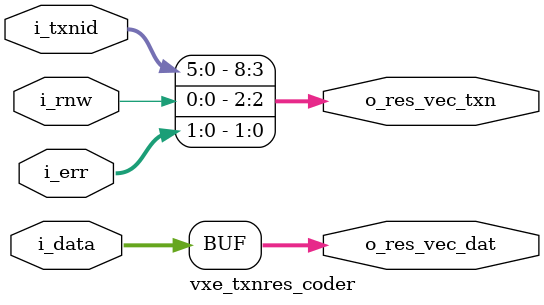
<source format=v>
/*
 * Copyright (c) 2020-2021 The VxEngine Project. All rights reserved.
 *
 * Redistribution and use in source and binary forms, with or without
 * modification, are permitted provided that the following conditions
 * are met:
 * 1. Redistributions of source code must retain the above copyright
 *    notice, this list of conditions and the following disclaimer.
 * 2. Redistributions in binary form must reproduce the above copyright
 *    notice, this list of conditions and the following disclaimer in the
 *    documentation and/or other materials provided with the distribution.
 *
 * THIS SOFTWARE IS PROVIDED BY THE AUTHOR AND CONTRIBUTORS ``AS IS'' AND
 * ANY EXPRESS OR IMPLIED WARRANTIES, INCLUDING, BUT NOT LIMITED TO, THE
 * IMPLIED WARRANTIES OF MERCHANTABILITY AND FITNESS FOR A PARTICULAR PURPOSE
 * ARE DISCLAIMED.  IN NO EVENT SHALL THE AUTHOR OR CONTRIBUTORS BE LIABLE
 * FOR ANY DIRECT, INDIRECT, INCIDENTAL, SPECIAL, EXEMPLARY, OR CONSEQUENTIAL
 * DAMAGES (INCLUDING, BUT NOT LIMITED TO, PROCUREMENT OF SUBSTITUTE GOODS
 * OR SERVICES; LOSS OF USE, DATA, OR PROFITS; OR BUSINESS INTERRUPTION)
 * HOWEVER CAUSED AND ON ANY THEORY OF LIABILITY, WHETHER IN CONTRACT, STRICT
 * LIABILITY, OR TORT (INCLUDING NEGLIGENCE OR OTHERWISE) ARISING IN ANY WAY
 * OUT OF THE USE OF THIS SOFTWARE, EVEN IF ADVISED OF THE POSSIBILITY OF
 * SUCH DAMAGE.
 */

/*
 * Transaction response coder
 */


/* Resp coder */
module vxe_txnres_coder(
	i_txnid,
	i_rnw,
	i_err,
	i_data,
	o_res_vec_txn,
	o_res_vec_dat
);
input wire [5:0]	i_txnid;	/* Transaction Id */
input wire		i_rnw;		/* Read or Write transaction */
input wire [1:0]	i_err;		/* Error status */
input wire [63:0]	i_data;		/* Read data (if i_rnw == 1) */
output wire [8:0]	o_res_vec_txn;	/* Transaction info */
output wire [63:0]	o_res_vec_dat;	/* Transaction data */


assign o_res_vec_txn = { i_txnid, i_rnw, i_err };
assign o_res_vec_dat = i_data;


endmodule /* vxe_txnres_coder */

</source>
